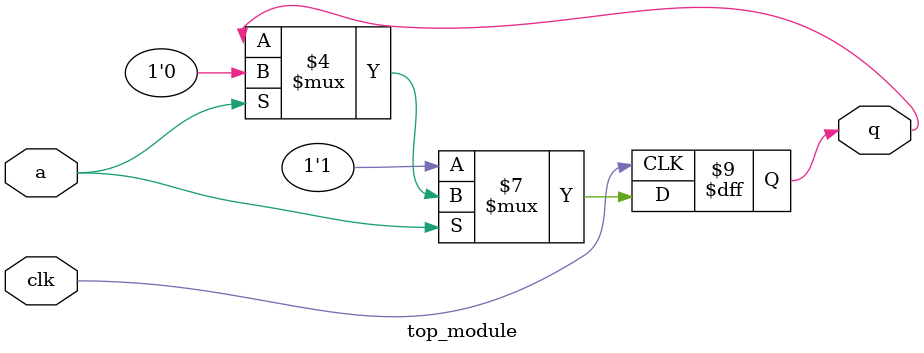
<source format=sv>
module top_module (
    input clk,
    input a, 
    output reg q
);

always @(posedge clk) begin
    if (a == 1'b0) begin
        q <= 1'b1;
    end
    else if (a == 1'b1) begin
        q <= 1'b0;
    end
end

endmodule

</source>
